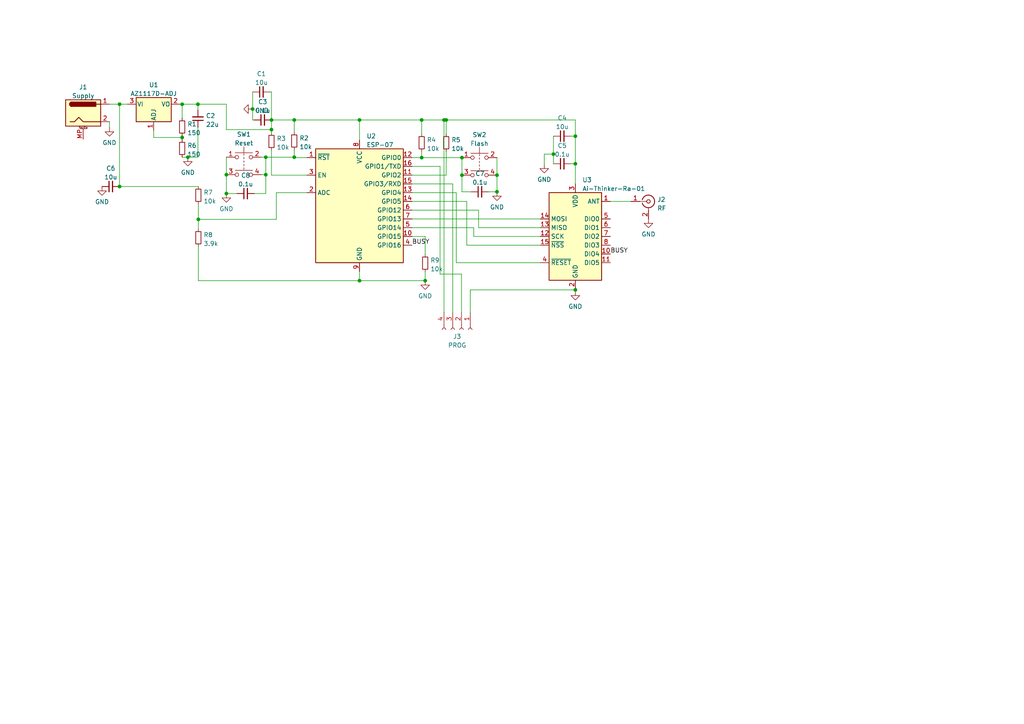
<source format=kicad_sch>
(kicad_sch (version 20211123) (generator eeschema)
  (paper "A4")
  (lib_symbols
    (symbol "Connector:Barrel_Jack_MountingPin" (pin_names hide)
      (property "Reference" "J" (at 0 5.334 0))
      (property "Value" "Barrel_Jack_MountingPin" (at 1.27 -6.35 0))
      (symbol "Barrel_Jack_MountingPin_0_1"
        (rectangle (start -5.08 3.81) (end 5.08 -3.81) (stroke (width 0.254)) (fill (type background)))
        (arc (start -3.302 3.175) (mid -3.937 2.54) (end -3.302 1.905) (stroke (width 0.254)))
        (arc (start -3.302 3.175) (mid -3.937 2.54) (end -3.302 1.905) (stroke (width 0.254)) (fill (type outline)))
        (polyline (pts (xy 5.08 2.54) (xy 3.81 2.54)) (stroke (width 0.254)))
        (polyline (pts (xy -3.81 -2.54) (xy -2.54 -2.54) (xy -1.27 -1.27) (xy 0 -2.54) (xy 2.54 -2.54) (xy 5.08 -2.54)) (stroke (width 0.254)))
        (rectangle (start 3.683 3.175) (end -3.302 1.905) (stroke (width 0.254)) (fill (type outline)))
      )
      (symbol "Barrel_Jack_MountingPin_1_1"
        (polyline (pts (xy -1.016 -4.572) (xy 1.016 -4.572)) (stroke (width 0.1524)))
        (text "Mounting" (at 0 -4.191 0) (effects (font (size 0.381 0.381))))
        (pin passive line (at 7.62 2.54 180) (length 2.54) (name "~") (number "1"))
        (pin passive line (at 7.62 -2.54 180) (length 2.54) (name "~") (number "2"))
        (pin passive line (at 0 -7.62 90) (length 3.048) (name "MountPin") (number "MP"))
      )
    )
    (symbol "Connector:Conn_01x04_Female" (pin_names (offset 1.016) hide)
      (property "Reference" "J" (at 0 5.08 0))
      (property "Value" "Conn_01x04_Female" (at 0 -7.62 0))
      (symbol "Conn_01x04_Female_1_1"
        (arc (start 0 -4.572) (mid -0.508 -5.08) (end 0 -5.588) (stroke (width 0.1524)))
        (arc (start 0 -2.032) (mid -0.508 -2.54) (end 0 -3.048) (stroke (width 0.1524)))
        (polyline (pts (xy -1.27 -5.08) (xy -0.508 -5.08)) (stroke (width 0.1524)))
        (polyline (pts (xy -1.27 -2.54) (xy -0.508 -2.54)) (stroke (width 0.1524)))
        (polyline (pts (xy -1.27 0) (xy -0.508 0)) (stroke (width 0.1524)))
        (polyline (pts (xy -1.27 2.54) (xy -0.508 2.54)) (stroke (width 0.1524)))
        (arc (start 0 0.508) (mid -0.508 0) (end 0 -0.508) (stroke (width 0.1524)))
        (arc (start 0 3.048) (mid -0.508 2.54) (end 0 2.032) (stroke (width 0.1524)))
        (pin passive line (at -5.08 2.54 0) (length 3.81) (name "Pin_1") (number "1"))
        (pin passive line (at -5.08 0 0) (length 3.81) (name "Pin_2") (number "2"))
        (pin passive line (at -5.08 -2.54 0) (length 3.81) (name "Pin_3") (number "3"))
        (pin passive line (at -5.08 -5.08 0) (length 3.81) (name "Pin_4") (number "4"))
      )
    )
    (symbol "Connector:Conn_Coaxial" (pin_names (offset 1.016) hide)
      (property "Reference" "J" (at 0.254 3.048 0))
      (property "Value" "Conn_Coaxial" (at 2.921 0 90))
      (symbol "Conn_Coaxial_0_1"
        (arc (start -1.778 -0.508) (mid 0.2311 -1.8066) (end 1.778 0) (stroke (width 0.254)))
        (polyline (pts (xy -2.54 0) (xy -0.508 0)))
        (polyline (pts (xy 0 -2.54) (xy 0 -1.778)))
        (circle (center 0 0) (radius 0.508) (stroke (width 0.2032)))
        (arc (start 1.778 0) (mid 0.2099 1.8101) (end -1.778 0.508) (stroke (width 0.254)))
      )
      (symbol "Conn_Coaxial_1_1"
        (pin passive line (at -5.08 0 0) (length 2.54) (name "In") (number "1"))
        (pin passive line (at 0 -5.08 90) (length 2.54) (name "Ext") (number "2"))
      )
    )
    (symbol "Device:C_Small" (pin_numbers hide) (pin_names (offset 0.254) hide)
      (property "Reference" "C" (at 0.254 1.778 0))
      (property "Value" "C_Small" (at 0.254 -2.032 0))
      (symbol "C_Small_0_1"
        (polyline (pts (xy -1.524 -0.508) (xy 1.524 -0.508)) (stroke (width 0.3302)))
        (polyline (pts (xy -1.524 0.508) (xy 1.524 0.508)) (stroke (width 0.3048)))
      )
      (symbol "C_Small_1_1"
        (pin passive line (at 0 2.54 270) (length 2.032) (name "~") (number "1"))
        (pin passive line (at 0 -2.54 90) (length 2.032) (name "~") (number "2"))
      )
    )
    (symbol "Device:R_Small" (pin_numbers hide) (pin_names (offset 0.254) hide)
      (property "Reference" "R" (at 0.762 0.508 0))
      (property "Value" "R_Small" (at 0.762 -1.016 0))
      (symbol "R_Small_0_1"
        (rectangle (start -0.762 1.778) (end 0.762 -1.778) (stroke (width 0.2032)))
      )
      (symbol "R_Small_1_1"
        (pin passive line (at 0 2.54 270) (length 0.762) (name "~") (number "1"))
        (pin passive line (at 0 -2.54 90) (length 0.762) (name "~") (number "2"))
      )
    )
    (symbol "RF_Module:Ai-Thinker-Ra-01"
      (property "Reference" "U" (at 2.54 17.78 0))
      (property "Value" "Ai-Thinker-Ra-01" (at 13.97 -15.24 0))
      (symbol "Ai-Thinker-Ra-01_0_1"
        (rectangle (start -7.62 12.7) (end 7.62 -12.7) (stroke (width 0.254)) (fill (type background)))
      )
      (symbol "Ai-Thinker-Ra-01_1_1"
        (pin passive line (at 10.16 10.16 180) (length 2.54) (name "ANT") (number "1"))
        (pin bidirectional line (at 10.16 -5.08 180) (length 2.54) (name "DIO4") (number "10"))
        (pin bidirectional line (at 10.16 -7.62 180) (length 2.54) (name "DIO5") (number "11"))
        (pin input line (at -10.16 0 0) (length 2.54) (name "SCK") (number "12"))
        (pin output line (at -10.16 2.54 0) (length 2.54) (name "MISO") (number "13"))
        (pin input line (at -10.16 5.08 0) (length 2.54) (name "MOSI") (number "14"))
        (pin input line (at -10.16 -2.54 0) (length 2.54) (name "~{NSS}") (number "15"))
        (pin passive line (at 0 -15.24 90) (length 2.54) hide (name "GND") (number "16"))
        (pin power_in line (at 0 -15.24 90) (length 2.54) (name "GND") (number "2"))
        (pin power_in line (at 0 15.24 270) (length 2.54) (name "VDD") (number "3"))
        (pin input line (at -10.16 -7.62 0) (length 2.54) (name "~{RESET}") (number "4"))
        (pin bidirectional line (at 10.16 5.08 180) (length 2.54) (name "DIO0") (number "5"))
        (pin bidirectional line (at 10.16 2.54 180) (length 2.54) (name "DIO1") (number "6"))
        (pin bidirectional line (at 10.16 0 180) (length 2.54) (name "DIO2") (number "7"))
        (pin bidirectional line (at 10.16 -2.54 180) (length 2.54) (name "DIO3") (number "8"))
        (pin passive line (at 0 -15.24 90) (length 2.54) hide (name "GND") (number "9"))
      )
    )
    (symbol "RF_Module:ESP-07"
      (property "Reference" "U" (at -12.7 19.05 0))
      (property "Value" "ESP-07" (at 12.7 19.05 0))
      (symbol "ESP-07_0_1"
        (rectangle (start -12.7 17.78) (end 12.7 -15.24) (stroke (width 0.254)) (fill (type background)))
      )
      (symbol "ESP-07_1_1"
        (pin input line (at -15.24 15.24 0) (length 2.54) (name "~{RST}") (number "1"))
        (pin bidirectional line (at 15.24 -7.62 180) (length 2.54) (name "GPIO15") (number "10"))
        (pin bidirectional line (at 15.24 10.16 180) (length 2.54) (name "GPIO2") (number "11"))
        (pin bidirectional line (at 15.24 15.24 180) (length 2.54) (name "GPIO0") (number "12"))
        (pin bidirectional line (at 15.24 5.08 180) (length 2.54) (name "GPIO4") (number "13"))
        (pin bidirectional line (at 15.24 2.54 180) (length 2.54) (name "GPIO5") (number "14"))
        (pin bidirectional line (at 15.24 7.62 180) (length 2.54) (name "GPIO3/RXD") (number "15"))
        (pin bidirectional line (at 15.24 12.7 180) (length 2.54) (name "GPIO1/TXD") (number "16"))
        (pin input line (at -15.24 5.08 0) (length 2.54) (name "ADC") (number "2"))
        (pin input line (at -15.24 10.16 0) (length 2.54) (name "EN") (number "3"))
        (pin bidirectional line (at 15.24 -10.16 180) (length 2.54) (name "GPIO16") (number "4"))
        (pin bidirectional line (at 15.24 -5.08 180) (length 2.54) (name "GPIO14") (number "5"))
        (pin bidirectional line (at 15.24 0 180) (length 2.54) (name "GPIO12") (number "6"))
        (pin bidirectional line (at 15.24 -2.54 180) (length 2.54) (name "GPIO13") (number "7"))
        (pin power_in line (at 0 20.32 270) (length 2.54) (name "VCC") (number "8"))
        (pin power_in line (at 0 -17.78 90) (length 2.54) (name "GND") (number "9"))
      )
    )
    (symbol "Regulator_Linear:AZ1117D-ADJ" (pin_names (offset 0.254))
      (property "Reference" "U" (at -3.81 3.175 0))
      (property "Value" "AZ1117D-ADJ" (at 0 3.175 0))
      (symbol "AZ1117D-ADJ_0_1"
        (rectangle (start -5.08 1.905) (end 5.08 -5.08) (stroke (width 0.254)) (fill (type background)))
      )
      (symbol "AZ1117D-ADJ_1_1"
        (pin input line (at 0 -7.62 90) (length 2.54) (name "ADJ") (number "1"))
        (pin power_out line (at 7.62 0 180) (length 2.54) (name "VO") (number "2"))
        (pin power_in line (at -7.62 0 0) (length 2.54) (name "VI") (number "3"))
      )
    )
    (symbol "Switch:SW_Push_Dual" (pin_names (offset 1.016) hide)
      (property "Reference" "SW" (at 1.27 2.54 0))
      (property "Value" "SW_Push_Dual" (at 0 -6.858 0))
      (symbol "SW_Push_Dual_0_1"
        (circle (center -2.032 -5.08) (radius 0.508))
        (circle (center -2.032 0) (radius 0.508))
        (polyline (pts (xy 0 -3.048) (xy 0 -3.556)))
        (polyline (pts (xy 0 -2.032) (xy 0 -2.54)))
        (polyline (pts (xy 0 -1.524) (xy 0 -1.016)))
        (polyline (pts (xy 0 -0.508) (xy 0 0)))
        (polyline (pts (xy 0 0.508) (xy 0 1.016)))
        (polyline (pts (xy 0 1.27) (xy 0 3.048)))
        (polyline (pts (xy 2.54 -3.81) (xy -2.54 -3.81)))
        (polyline (pts (xy 2.54 1.27) (xy -2.54 1.27)))
        (circle (center 2.032 -5.08) (radius 0.508))
        (circle (center 2.032 0) (radius 0.508))
        (pin passive line (at -5.08 0 0) (length 2.54) (name "1") (number "1"))
        (pin passive line (at 5.08 0 180) (length 2.54) (name "2") (number "2"))
        (pin passive line (at -5.08 -5.08 0) (length 2.54) (name "3") (number "3"))
        (pin passive line (at 5.08 -5.08 180) (length 2.54) (name "4") (number "4"))
      )
    )
    (symbol "power:GND" (power) (pin_names (offset 0))
      (property "Value" "GND" (at 0 -3.81 0))
      (symbol "GND_0_1"
        (polyline (pts (xy 0 0) (xy 0 -1.27) (xy 1.27 -1.27) (xy 0 -2.54) (xy -1.27 -1.27) (xy 0 -1.27)))
      )
      (symbol "GND_1_1"
        (pin power_in line (at 0 0 270) (length 0) hide (name "GND") (number "1"))
      )
    )
  )
  (junction (at 160.528 44.704))
  (junction (at 77.089 50.673))
  (junction (at 166.878 39.497))
  (junction (at 122.301 45.72))
  (junction (at 52.832 39.878))
  (junction (at 65.659 56.134))
  (junction (at 133.985 50.8))
  (junction (at 166.878 47.498))
  (junction (at 77.089 45.593))
  (junction (at 85.344 34.798))
  (junction (at 104.267 34.798))
  (junction (at 34.671 54.102))
  (junction (at 128.778 34.798))
  (junction (at 73.279 31.623))
  (junction (at 34.671 30.226))
  (junction (at 85.344 45.593))
  (junction (at 52.832 30.226))
  (junction (at 144.145 55.626))
  (junction (at 144.145 50.8))
  (junction (at 78.74 37.592))
  (junction (at 104.267 81.407))
  (junction (at 129.413 34.798))
  (junction (at 166.878 84.074))
  (junction (at 78.74 34.798))
  (junction (at 57.531 63.627))
  (junction (at 54.483 45.593))
  (junction (at 123.317 81.407))
  (junction (at 57.404 30.226))
  (junction (at 133.985 45.72))
  (junction (at 65.659 50.673))
  (junction (at 122.301 34.798))
  (wire (pts (xy 89.027 55.88) (xy 80.137 55.88)))
  (wire (pts (xy 52.197 30.226) (xy 52.832 30.226)))
  (wire (pts (xy 165.608 47.498) (xy 166.878 47.498)))
  (wire (pts (xy 138.811 60.96) (xy 119.507 60.96)))
  (wire (pts (xy 129.413 34.798) (xy 128.778 34.798)))
  (wire (pts (xy 85.344 43.434) (xy 85.344 45.593)))
  (wire (pts (xy 104.267 81.407) (xy 104.267 78.74)))
  (wire (pts (xy 44.577 37.846) (xy 44.577 39.878)))
  (wire (pts (xy 77.089 50.673) (xy 77.089 45.593)))
  (wire (pts (xy 89.027 45.72) (xy 85.344 45.72)))
  (wire (pts (xy 128.778 34.798) (xy 122.301 34.798)))
  (wire (pts (xy 144.145 55.626) (xy 144.145 50.8)))
  (wire (pts (xy 85.344 34.798) (xy 78.74 34.798)))
  (wire (pts (xy 122.301 34.798) (xy 122.301 38.862)))
  (wire (pts (xy 123.317 73.787) (xy 123.317 68.58)))
  (wire (pts (xy 177.038 58.42) (xy 183.007 58.42)))
  (wire (pts (xy 122.301 45.72) (xy 119.507 45.72)))
  (wire (pts (xy 80.137 55.88) (xy 80.137 63.627)))
  (wire (pts (xy 138.811 66.04) (xy 138.811 60.96)))
  (wire (pts (xy 132.334 76.2) (xy 132.334 55.88)))
  (wire (pts (xy 57.404 45.593) (xy 54.483 45.593)))
  (wire (pts (xy 136.398 90.551) (xy 136.398 84.074)))
  (wire (pts (xy 160.528 44.704) (xy 160.528 47.498)))
  (wire (pts (xy 44.577 39.878) (xy 52.832 39.878)))
  (wire (pts (xy 119.507 68.58) (xy 123.317 68.58)))
  (wire (pts (xy 31.75 30.226) (xy 34.671 30.226)))
  (wire (pts (xy 136.398 84.074) (xy 166.878 84.074)))
  (wire (pts (xy 75.819 45.593) (xy 77.089 45.593)))
  (wire (pts (xy 123.317 81.407) (xy 104.267 81.407)))
  (wire (pts (xy 52.832 30.226) (xy 57.404 30.226)))
  (wire (pts (xy 34.671 30.226) (xy 36.957 30.226)))
  (wire (pts (xy 80.137 63.627) (xy 57.531 63.627)))
  (wire (pts (xy 122.301 45.72) (xy 133.985 45.72)))
  (wire (pts (xy 122.301 43.942) (xy 122.301 45.72)))
  (wire (pts (xy 156.718 71.12) (xy 135.382 71.12)))
  (wire (pts (xy 166.878 34.798) (xy 129.413 34.798)))
  (wire (pts (xy 54.483 45.593) (xy 52.832 45.593)))
  (wire (pts (xy 137.414 68.58) (xy 137.414 66.04)))
  (wire (pts (xy 77.089 45.593) (xy 85.344 45.593)))
  (wire (pts (xy 160.528 39.497) (xy 160.528 44.704)))
  (wire (pts (xy 77.089 56.134) (xy 77.089 50.673)))
  (wire (pts (xy 57.531 71.501) (xy 57.531 81.407)))
  (wire (pts (xy 133.985 55.626) (xy 133.985 50.8)))
  (wire (pts (xy 68.707 56.134) (xy 65.659 56.134)))
  (wire (pts (xy 78.74 26.67) (xy 78.74 34.798)))
  (wire (pts (xy 137.414 66.04) (xy 119.507 66.04)))
  (wire (pts (xy 135.382 71.12) (xy 135.382 58.42)))
  (wire (pts (xy 129.413 50.8) (xy 129.413 43.942)))
  (wire (pts (xy 122.301 34.798) (xy 104.267 34.798)))
  (wire (pts (xy 57.531 59.182) (xy 57.531 63.627)))
  (wire (pts (xy 85.344 34.798) (xy 85.344 38.354)))
  (wire (pts (xy 127.635 79.502) (xy 127.635 48.26)))
  (wire (pts (xy 135.382 58.42) (xy 119.507 58.42)))
  (wire (pts (xy 78.74 34.798) (xy 78.74 37.592)))
  (wire (pts (xy 75.819 50.673) (xy 77.089 50.673)))
  (wire (pts (xy 133.858 79.502) (xy 127.635 79.502)))
  (wire (pts (xy 166.878 39.497) (xy 165.608 39.497)))
  (wire (pts (xy 119.507 50.8) (xy 129.413 50.8)))
  (wire (pts (xy 123.317 78.867) (xy 123.317 81.407)))
  (wire (pts (xy 57.531 63.627) (xy 57.531 66.421)))
  (wire (pts (xy 78.74 37.592) (xy 78.74 38.481)))
  (wire (pts (xy 78.74 50.8) (xy 78.74 43.561)))
  (wire (pts (xy 57.531 54.102) (xy 34.671 54.102)))
  (wire (pts (xy 57.404 30.226) (xy 65.659 30.226)))
  (wire (pts (xy 31.75 35.306) (xy 31.75 36.957)))
  (wire (pts (xy 57.404 30.226) (xy 57.404 31.877)))
  (wire (pts (xy 52.832 30.226) (xy 52.832 34.29)))
  (wire (pts (xy 73.279 34.798) (xy 73.66 34.798)))
  (wire (pts (xy 65.659 45.593) (xy 65.659 50.673)))
  (wire (pts (xy 52.832 39.878) (xy 52.832 40.513)))
  (wire (pts (xy 73.279 26.67) (xy 73.279 31.623)))
  (wire (pts (xy 65.659 37.592) (xy 78.74 37.592)))
  (wire (pts (xy 127.635 48.26) (xy 119.507 48.26)))
  (wire (pts (xy 104.267 34.798) (xy 85.344 34.798)))
  (wire (pts (xy 119.507 63.5) (xy 156.718 63.5)))
  (wire (pts (xy 89.027 50.8) (xy 78.74 50.8)))
  (wire (pts (xy 34.671 54.102) (xy 34.671 30.226)))
  (wire (pts (xy 128.778 34.798) (xy 128.778 90.551)))
  (wire (pts (xy 131.318 90.551) (xy 131.318 53.34)))
  (wire (pts (xy 65.659 56.134) (xy 65.659 50.673)))
  (wire (pts (xy 166.878 83.82) (xy 166.878 84.074)))
  (wire (pts (xy 136.652 55.626) (xy 133.985 55.626)))
  (wire (pts (xy 104.267 34.798) (xy 104.267 40.64)))
  (wire (pts (xy 166.878 47.498) (xy 166.878 39.497)))
  (wire (pts (xy 78.359 26.67) (xy 78.74 26.67)))
  (wire (pts (xy 73.787 56.134) (xy 77.089 56.134)))
  (wire (pts (xy 133.985 45.72) (xy 133.985 50.8)))
  (wire (pts (xy 156.718 66.04) (xy 138.811 66.04)))
  (wire (pts (xy 129.413 34.798) (xy 129.413 38.862)))
  (wire (pts (xy 52.832 39.37) (xy 52.832 39.878)))
  (wire (pts (xy 156.718 76.2) (xy 132.334 76.2)))
  (wire (pts (xy 57.531 81.407) (xy 104.267 81.407)))
  (wire (pts (xy 144.145 45.72) (xy 144.145 50.8)))
  (wire (pts (xy 133.858 90.551) (xy 133.858 79.502)))
  (wire (pts (xy 157.861 47.625) (xy 157.861 44.704)))
  (wire (pts (xy 166.878 53.34) (xy 166.878 47.498)))
  (wire (pts (xy 57.404 36.957) (xy 57.404 45.593)))
  (wire (pts (xy 65.659 30.226) (xy 65.659 37.592)))
  (wire (pts (xy 156.718 68.58) (xy 137.414 68.58)))
  (wire (pts (xy 166.878 39.497) (xy 166.878 34.798)))
  (wire (pts (xy 73.279 31.623) (xy 73.279 34.798)))
  (wire (pts (xy 85.344 45.593) (xy 85.344 45.72)))
  (wire (pts (xy 157.861 44.704) (xy 160.528 44.704)))
  (wire (pts (xy 166.878 84.074) (xy 166.878 84.455)))
  (wire (pts (xy 141.732 55.626) (xy 144.145 55.626)))
  (wire (pts (xy 132.334 55.88) (xy 119.507 55.88)))
  (wire (pts (xy 131.318 53.34) (xy 119.507 53.34)))
  (label "BUSY" (at 119.507 71.12 0))
  (label "BUSY" (at 177.038 73.66 0))
  (symbol (lib_id "Device:R_Small") (at 129.413 41.402 0) (unit 1)
    (property "Reference" "R5" (at 130.9116 40.5673 0) (effects (justify left)))
    (property "Value" "10k" (at 130.9116 43.1042 0) (effects (justify left)))
    (property "Footprint" "Resistor_SMD:R_0805_2012Metric_Pad1.20x1.40mm_HandSolder" (effects hide))
  )
  (symbol (lib_id "Connector:Conn_01x04_Female") (at 133.858 95.631 270) (unit 1)
    (property "Reference" "J3" (at 132.588 97.6106 90))
    (property "Value" "PROG" (at 132.588 100.1475 90))
    (property "Footprint" "Connector_PinSocket_2.54mm:PinSocket_1x04_P2.54mm_Vertical" (effects hide))
  )
  (symbol (lib_id "Device:R_Small") (at 52.832 36.83 0) (unit 1)
    (property "Reference" "R1" (at 54.3306 35.9953 0) (effects (justify left)))
    (property "Value" "150" (at 54.3306 38.5322 0) (effects (justify left)))
    (property "Footprint" "Resistor_SMD:R_0805_2012Metric_Pad1.20x1.40mm_HandSolder" (effects hide))
  )
  (symbol (lib_id "Connector:Barrel_Jack_MountingPin") (at 24.13 32.766 0) (unit 1)
    (property "Reference" "J1" (at 24.13 25.2562 0))
    (property "Value" "Supply" (at 24.13 27.7931 0))
    (property "Footprint" "Connector_BarrelJack:BarrelJack_Horizontal" (effects hide))
  )
  (symbol (lib_id "power:GND") (at 31.75 36.957 0) (unit 1)
    (property "Reference" "#PWR01" (effects hide))
    (property "Value" "GND" (at 31.75 41.4004 0))
  )
  (symbol (lib_id "Device:R_Small") (at 52.832 43.053 0) (unit 1)
    (property "Reference" "R6" (at 54.3306 42.2183 0) (effects (justify left)))
    (property "Value" "150" (at 54.3306 44.7552 0) (effects (justify left)))
    (property "Footprint" "Resistor_SMD:R_0805_2012Metric_Pad1.20x1.40mm_HandSolder" (effects hide))
  )
  (symbol (lib_id "power:GND") (at 157.861 47.625 0) (unit 1)
    (property "Reference" "#PWR03" (effects hide))
    (property "Value" "GND" (at 157.861 52.0684 0))
  )
  (symbol (lib_id "Device:C_Small") (at 139.192 55.626 90) (unit 1)
    (property "Reference" "C7" (at 139.1983 50.3641 90))
    (property "Value" "0.1u" (at 139.1983 52.901 90))
    (property "Footprint" "Capacitor_SMD:C_0805_2012Metric_Pad1.18x1.45mm_HandSolder" (effects hide))
  )
  (symbol (lib_id "Device:C_Small") (at 75.819 26.67 90) (unit 1)
    (property "Reference" "C1" (at 75.8253 21.4081 90))
    (property "Value" "10u" (at 75.8253 23.945 90))
    (property "Footprint" "Capacitor_SMD:C_0805_2012Metric_Pad1.18x1.45mm_HandSolder" (effects hide))
  )
  (symbol (lib_id "Device:R_Small") (at 78.74 41.021 0) (unit 1)
    (property "Reference" "R3" (at 80.2386 40.1863 0) (effects (justify left)))
    (property "Value" "10k" (at 80.2386 42.7232 0) (effects (justify left)))
    (property "Footprint" "Resistor_SMD:R_0805_2012Metric_Pad1.20x1.40mm_HandSolder" (effects hide))
  )
  (symbol (lib_id "power:GND") (at 54.483 45.593 0) (unit 1)
    (property "Reference" "#PWR02" (effects hide))
    (property "Value" "GND" (at 54.483 50.0364 0))
  )
  (symbol (lib_id "power:GND") (at 188.087 63.5 0) (unit 1)
    (property "Reference" "#PWR07" (effects hide))
    (property "Value" "GND" (at 188.087 67.9434 0))
  )
  (symbol (lib_id "Device:R_Small") (at 85.344 40.894 0) (unit 1)
    (property "Reference" "R2" (at 86.8426 40.0593 0) (effects (justify left)))
    (property "Value" "10k" (at 86.8426 42.5962 0) (effects (justify left)))
    (property "Footprint" "Resistor_SMD:R_0805_2012Metric_Pad1.20x1.40mm_HandSolder" (effects hide))
  )
  (symbol (lib_id "Device:R_Small") (at 122.301 41.402 0) (unit 1)
    (property "Reference" "R4" (at 123.7996 40.5673 0) (effects (justify left)))
    (property "Value" "10k" (at 123.7996 43.1042 0) (effects (justify left)))
    (property "Footprint" "Resistor_SMD:R_0805_2012Metric_Pad1.20x1.40mm_HandSolder" (effects hide))
  )
  (symbol (lib_id "Regulator_Linear:AZ1117D-ADJ") (at 44.577 30.226 0) (unit 1)
    (property "Reference" "U1" (at 44.577 24.6212 0))
    (property "Value" "AZ1117D-ADJ" (at 44.577 27.1581 0))
    (property "Footprint" "Package_TO_SOT_SMD:TO-252-2" (effects hide))
    (property "Datasheet" "https://www.diodes.com/assets/Datasheets/products_inactive_data/AZ1117.pdf" (effects hide))
  )
  (symbol (lib_id "Device:C_Small") (at 163.068 39.497 90) (unit 1)
    (property "Reference" "C4" (at 163.0743 34.2351 90))
    (property "Value" "10u" (at 163.0743 36.772 90))
    (property "Footprint" "Capacitor_SMD:C_0805_2012Metric_Pad1.18x1.45mm_HandSolder" (effects hide))
  )
  (symbol (lib_id "Switch:SW_Push_Dual") (at 70.739 45.593 0) (unit 1)
    (property "Reference" "SW1" (at 70.739 38.9722 0))
    (property "Value" "Reset" (at 70.739 41.5091 0))
    (property "Footprint" "Button_Switch_SMD:SW_Push_1P1T_NO_6x6mm_H9.5mm" (effects hide))
  )
  (symbol (lib_id "Device:C_Small") (at 163.068 47.498 90) (unit 1)
    (property "Reference" "C5" (at 163.0743 42.2361 90))
    (property "Value" "0.1u" (at 163.0743 44.773 90))
    (property "Footprint" "Capacitor_SMD:C_0805_2012Metric_Pad1.18x1.45mm_HandSolder" (effects hide))
  )
  (symbol (lib_id "Device:C_Small") (at 57.404 34.417 180) (unit 1)
    (property "Reference" "C2" (at 59.7281 33.5759 0) (effects (justify right)))
    (property "Value" "22u" (at 59.7281 36.1128 0) (effects (justify right)))
    (property "Footprint" "Capacitor_SMD:C_0805_2012Metric_Pad1.18x1.45mm_HandSolder" (effects hide))
  )
  (symbol (lib_id "Connector:Conn_Coaxial") (at 188.087 58.42 0) (unit 1)
    (property "Reference" "J2" (at 190.627 57.8785 0) (effects (justify left)))
    (property "Value" "RF" (at 190.627 60.4154 0) (effects (justify left)))
    (property "Footprint" "Connector_Coaxial:SMA_Samtec_SMA-J-P-X-ST-EM1_EdgeMount" (effects hide))
    (property "Datasheet" " ~" (effects hide))
  )
  (symbol (lib_id "Switch:SW_Push_Dual") (at 139.065 45.72 0) (unit 1)
    (property "Reference" "SW2" (at 139.065 39.0992 0))
    (property "Value" "Flash" (at 139.065 41.6361 0))
    (property "Footprint" "Button_Switch_SMD:SW_Push_1P1T_NO_6x6mm_H9.5mm" (effects hide))
  )
  (symbol (lib_id "power:GND") (at 65.659 56.134 0) (unit 1)
    (property "Reference" "#PWR06" (effects hide))
    (property "Value" "GND" (at 65.659 60.5774 0))
  )
  (symbol (lib_id "Device:R_Small") (at 123.317 76.327 0) (unit 1)
    (property "Reference" "R9" (at 124.8156 75.4923 0) (effects (justify left)))
    (property "Value" "10k" (at 124.8156 78.0292 0) (effects (justify left)))
    (property "Footprint" "Resistor_SMD:R_0805_2012Metric_Pad1.20x1.40mm_HandSolder" (effects hide))
  )
  (symbol (lib_id "Device:C_Small") (at 71.247 56.134 90) (unit 1)
    (property "Reference" "C8" (at 71.2533 50.8721 90))
    (property "Value" "0.1u" (at 71.2533 53.409 90))
    (property "Footprint" "Capacitor_SMD:C_0805_2012Metric_Pad1.18x1.45mm_HandSolder" (effects hide))
  )
  (symbol (lib_id "power:GND") (at 29.591 54.102 0) (unit 1)
    (property "Reference" "#PWR04" (effects hide))
    (property "Value" "GND" (at 29.591 58.5454 0))
  )
  (symbol (lib_id "RF_Module:Ai-Thinker-Ra-01") (at 166.878 68.58 0) (unit 1)
    (property "Reference" "U3" (at 168.8974 52.1802 0) (effects (justify left)))
    (property "Value" "Ai-Thinker-Ra-01" (at 168.8974 54.7171 0) (effects (justify left)))
    (property "Footprint" "RF_Module:Ai-Thinker-Ra-01-LoRa" (effects hide))
    (property "Datasheet" "http://wiki.ai-thinker.com/_media/lora/docs/c047ps01a1_ra-01_product_specification_v1.1.pdf" (effects hide))
  )
  (symbol (lib_id "RF_Module:ESP-07") (at 104.267 60.96 0) (unit 1)
    (property "Reference" "U2" (at 106.2864 39.4802 0) (effects (justify left)))
    (property "Value" "ESP-07" (at 106.2864 42.0171 0) (effects (justify left)))
    (property "Footprint" "RF_Module:ESP-07" (effects hide))
    (property "Datasheet" "http://wiki.ai-thinker.com/_media/esp8266/esp8266_series_modules_user_manual_v1.1.pdf" (effects hide))
  )
  (symbol (lib_id "power:GND") (at 123.317 81.407 0) (unit 1)
    (property "Reference" "#PWR08" (effects hide))
    (property "Value" "GND" (at 123.317 85.8504 0))
  )
  (symbol (lib_id "Device:R_Small") (at 57.531 56.642 0) (unit 1)
    (property "Reference" "R7" (at 59.0296 55.8073 0) (effects (justify left)))
    (property "Value" "10k" (at 59.0296 58.3442 0) (effects (justify left)))
    (property "Footprint" "Resistor_SMD:R_0805_2012Metric_Pad1.20x1.40mm_HandSolder" (effects hide))
  )
  (symbol (lib_id "power:GND") (at 73.279 31.623 270) (unit 1)
    (property "Reference" "#PWR?" (effects hide))
    (property "Value" "GND" (at 73.914 32.0568 90) (effects (justify left)))
  )
  (symbol (lib_id "power:GND") (at 144.145 55.626 0) (unit 1)
    (property "Reference" "#PWR05" (effects hide))
    (property "Value" "GND" (at 144.145 60.0694 0))
  )
  (symbol (lib_id "power:GND") (at 166.878 84.455 0) (unit 1)
    (property "Reference" "#PWR09" (effects hide))
    (property "Value" "GND" (at 166.878 88.8984 0))
  )
  (symbol (lib_id "Device:C_Small") (at 76.2 34.798 90) (unit 1)
    (property "Reference" "C3" (at 76.2063 29.5361 90))
    (property "Value" "0.1u" (at 76.2063 32.073 90))
    (property "Footprint" "Capacitor_SMD:C_0805_2012Metric_Pad1.18x1.45mm_HandSolder" (effects hide))
  )
  (symbol (lib_id "Device:C_Small") (at 32.131 54.102 90) (unit 1)
    (property "Reference" "C6" (at 32.1373 48.8401 90))
    (property "Value" "10u" (at 32.1373 51.377 90))
    (property "Footprint" "Capacitor_SMD:C_0805_2012Metric_Pad1.18x1.45mm_HandSolder" (effects hide))
  )
  (symbol (lib_id "Device:R_Small") (at 57.531 68.961 0) (unit 1)
    (property "Reference" "R8" (at 59.0296 68.1263 0) (effects (justify left)))
    (property "Value" "3.9k" (at 59.0296 70.6632 0) (effects (justify left)))
    (property "Footprint" "Resistor_SMD:R_0805_2012Metric_Pad1.20x1.40mm_HandSolder" (effects hide))
  )
)
</source>
